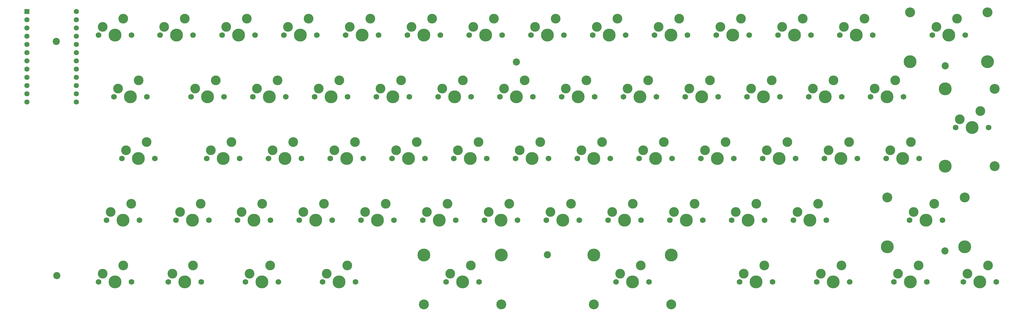
<source format=gts>
G04 #@! TF.GenerationSoftware,KiCad,Pcbnew,(6.0.7-1)-1*
G04 #@! TF.CreationDate,2022-10-03T10:16:15+02:00*
G04 #@! TF.ProjectId,staggered-keyboard,73746167-6765-4726-9564-2d6b6579626f,rev?*
G04 #@! TF.SameCoordinates,Original*
G04 #@! TF.FileFunction,Soldermask,Top*
G04 #@! TF.FilePolarity,Negative*
%FSLAX46Y46*%
G04 Gerber Fmt 4.6, Leading zero omitted, Abs format (unit mm)*
G04 Created by KiCad (PCBNEW (6.0.7-1)-1) date 2022-10-03 10:16:15*
%MOMM*%
%LPD*%
G01*
G04 APERTURE LIST*
%ADD10C,2.200000*%
%ADD11C,1.750000*%
%ADD12C,3.987800*%
%ADD13C,3.000000*%
%ADD14C,3.048000*%
%ADD15R,1.600000X1.600000*%
%ADD16C,1.600000*%
G04 APERTURE END LIST*
D10*
X228600000Y-217050000D03*
X219000000Y-157550000D03*
X351250000Y-158750000D03*
X351200000Y-215900000D03*
X77100000Y-151200000D03*
X77250000Y-223450000D03*
D11*
X194897500Y-168257500D03*
D12*
X199977500Y-168257500D03*
D11*
X205057500Y-168257500D03*
D13*
X202517500Y-163177500D03*
X196167500Y-165717500D03*
D11*
X257445000Y-206357500D03*
D13*
X254905000Y-201277500D03*
D12*
X252365000Y-206357500D03*
D11*
X247285000Y-206357500D03*
D13*
X248555000Y-203817500D03*
D11*
X314595000Y-206357500D03*
X304435000Y-206357500D03*
D13*
X312055000Y-201277500D03*
X305705000Y-203817500D03*
D12*
X309515000Y-206357500D03*
D11*
X328247500Y-168257500D03*
X338407500Y-168257500D03*
D13*
X335867500Y-163177500D03*
X329517500Y-165717500D03*
D12*
X333327500Y-168257500D03*
D11*
X294910000Y-187307500D03*
D12*
X299990000Y-187307500D03*
D11*
X305070000Y-187307500D03*
D13*
X302530000Y-182227500D03*
X296180000Y-184767500D03*
D12*
X352362500Y-149212500D03*
D14*
X340424500Y-142227500D03*
D13*
X354902500Y-144132500D03*
D12*
X340424500Y-157467500D03*
D13*
X348552500Y-146672500D03*
D12*
X364300500Y-157467500D03*
D11*
X347282500Y-149212500D03*
D14*
X364300500Y-142227500D03*
D11*
X357442500Y-149212500D03*
D13*
X215217500Y-165717500D03*
D12*
X219027500Y-168257500D03*
D11*
X224107500Y-168257500D03*
X213947500Y-168257500D03*
D13*
X221567500Y-163177500D03*
X358140000Y-222885000D03*
D12*
X361950000Y-225425000D03*
D13*
X364490000Y-220345000D03*
D11*
X356870000Y-225425000D03*
X367030000Y-225425000D03*
X100290000Y-149220000D03*
D12*
X95210000Y-149220000D03*
D13*
X97750000Y-144140000D03*
X91400000Y-146680000D03*
D11*
X90130000Y-149220000D03*
D13*
X205692500Y-146667500D03*
D12*
X209502500Y-149207500D03*
D11*
X204422500Y-149207500D03*
X214582500Y-149207500D03*
D13*
X212042500Y-144127500D03*
X269192500Y-144127500D03*
D11*
X261572500Y-149207500D03*
D12*
X266652500Y-149207500D03*
D13*
X262842500Y-146667500D03*
D11*
X271732500Y-149207500D03*
X266335000Y-206357500D03*
D12*
X271415000Y-206357500D03*
D13*
X273955000Y-201277500D03*
D11*
X276495000Y-206357500D03*
D13*
X267605000Y-203817500D03*
D11*
X147907500Y-168257500D03*
D12*
X142827500Y-168257500D03*
D13*
X139017500Y-165717500D03*
X145367500Y-163177500D03*
D11*
X137747500Y-168257500D03*
X290147500Y-168257500D03*
D13*
X291417500Y-165717500D03*
D11*
X300307500Y-168257500D03*
D13*
X297767500Y-163177500D03*
D12*
X295227500Y-168257500D03*
D13*
X240617500Y-163177500D03*
D11*
X243157500Y-168257500D03*
D12*
X238077500Y-168257500D03*
D11*
X232997500Y-168257500D03*
D13*
X234267500Y-165717500D03*
D11*
X223472500Y-149207500D03*
D13*
X231092500Y-144127500D03*
D11*
X233632500Y-149207500D03*
D13*
X224742500Y-146667500D03*
D12*
X228552500Y-149207500D03*
D13*
X140605000Y-201277500D03*
X134255000Y-203817500D03*
D11*
X143145000Y-206357500D03*
D12*
X138065000Y-206357500D03*
D11*
X132985000Y-206357500D03*
D13*
X115270000Y-203850000D03*
X121620000Y-201310000D03*
D11*
X124160000Y-206390000D03*
X114000000Y-206390000D03*
D12*
X119080000Y-206390000D03*
D13*
X97790000Y-220345000D03*
D11*
X90170000Y-225425000D03*
D12*
X95250000Y-225425000D03*
D13*
X91440000Y-222885000D03*
D11*
X100330000Y-225425000D03*
D12*
X133302500Y-149207500D03*
D11*
X128222500Y-149207500D03*
D13*
X129492500Y-146667500D03*
X135842500Y-144127500D03*
D11*
X138382500Y-149207500D03*
X262207500Y-168257500D03*
X252047500Y-168257500D03*
D13*
X259667500Y-163177500D03*
X253317500Y-165717500D03*
D12*
X257127500Y-168257500D03*
D11*
X157432500Y-149207500D03*
D13*
X154892500Y-144127500D03*
D12*
X152352500Y-149207500D03*
D11*
X147272500Y-149207500D03*
D13*
X148542500Y-146667500D03*
X235855000Y-201277500D03*
D12*
X233315000Y-206357500D03*
D11*
X228235000Y-206357500D03*
D13*
X229505000Y-203817500D03*
D11*
X238395000Y-206357500D03*
X287813750Y-225425000D03*
D13*
X295433750Y-220345000D03*
X289083750Y-222885000D03*
D12*
X292893750Y-225425000D03*
D11*
X297973750Y-225425000D03*
D12*
X333343250Y-214630000D03*
X345281250Y-206375000D03*
D14*
X357219250Y-199390000D03*
D13*
X341471250Y-203835000D03*
D14*
X333343250Y-199390000D03*
D13*
X347821250Y-201295000D03*
D11*
X340201250Y-206375000D03*
X350361250Y-206375000D03*
D12*
X357219250Y-214630000D03*
X116681250Y-225425000D03*
D13*
X119221250Y-220345000D03*
D11*
X121761250Y-225425000D03*
X111601250Y-225425000D03*
D13*
X112871250Y-222885000D03*
D11*
X249713750Y-225425000D03*
D13*
X250983750Y-222885000D03*
D11*
X259873750Y-225425000D03*
D12*
X242855750Y-217170000D03*
X254793750Y-225425000D03*
D13*
X257333750Y-220345000D03*
D12*
X266731750Y-217170000D03*
D14*
X242855750Y-232410000D03*
X266731750Y-232410000D03*
D13*
X288242500Y-144127500D03*
D11*
X290782500Y-149207500D03*
D13*
X281892500Y-146667500D03*
D12*
X285702500Y-149207500D03*
D11*
X280622500Y-149207500D03*
D13*
X226330000Y-182227500D03*
D12*
X223790000Y-187307500D03*
D11*
X228870000Y-187307500D03*
X218710000Y-187307500D03*
D13*
X219980000Y-184767500D03*
X319992500Y-146667500D03*
X326342500Y-144127500D03*
D11*
X318722500Y-149207500D03*
D12*
X323802500Y-149207500D03*
D11*
X328882500Y-149207500D03*
D13*
X340630000Y-182227500D03*
X334280000Y-184767500D03*
D11*
X333010000Y-187307500D03*
D12*
X338090000Y-187307500D03*
D11*
X343170000Y-187307500D03*
D13*
X245380000Y-182227500D03*
X239030000Y-184767500D03*
D11*
X247920000Y-187307500D03*
D12*
X242840000Y-187307500D03*
D11*
X237760000Y-187307500D03*
D13*
X355711250Y-175242500D03*
D12*
X351266250Y-165844500D03*
D11*
X364601250Y-177782500D03*
D14*
X366506250Y-189720500D03*
D11*
X354441250Y-177782500D03*
D14*
X366506250Y-165844500D03*
D12*
X359521250Y-177782500D03*
D13*
X362061250Y-172702500D03*
D12*
X351266250Y-189720500D03*
D13*
X167592500Y-146667500D03*
D11*
X176482500Y-149207500D03*
D13*
X173942500Y-144127500D03*
D12*
X171402500Y-149207500D03*
D11*
X166322500Y-149207500D03*
D12*
X166640000Y-187307500D03*
D13*
X162830000Y-184767500D03*
D11*
X171720000Y-187307500D03*
D13*
X169180000Y-182227500D03*
D11*
X161560000Y-187307500D03*
X324120000Y-187307500D03*
D13*
X315230000Y-184767500D03*
X321580000Y-182227500D03*
D11*
X313960000Y-187307500D03*
D12*
X319040000Y-187307500D03*
D13*
X116760000Y-144130000D03*
D12*
X114220000Y-149210000D03*
D11*
X119300000Y-149210000D03*
X109140000Y-149210000D03*
D13*
X110410000Y-146670000D03*
X160496250Y-222885000D03*
D11*
X169386250Y-225425000D03*
D13*
X166846250Y-220345000D03*
D12*
X164306250Y-225425000D03*
D11*
X159226250Y-225425000D03*
D13*
X96165000Y-165710000D03*
D12*
X99975000Y-168250000D03*
D11*
X94895000Y-168250000D03*
D13*
X102515000Y-163170000D03*
D11*
X105055000Y-168250000D03*
D12*
X140493750Y-225425000D03*
D13*
X136683750Y-222885000D03*
D11*
X135413750Y-225425000D03*
D13*
X143033750Y-220345000D03*
D11*
X145573750Y-225425000D03*
D12*
X314277500Y-168257500D03*
D11*
X319357500Y-168257500D03*
D13*
X310467500Y-165717500D03*
X316817500Y-163177500D03*
D11*
X309197500Y-168257500D03*
D13*
X312896250Y-222885000D03*
D11*
X311626250Y-225425000D03*
D12*
X316706250Y-225425000D03*
D13*
X319246250Y-220345000D03*
D11*
X321786250Y-225425000D03*
X252682500Y-149207500D03*
D12*
X247602500Y-149207500D03*
D13*
X243792500Y-146667500D03*
X250142500Y-144127500D03*
D11*
X242522500Y-149207500D03*
X199660000Y-187307500D03*
X209820000Y-187307500D03*
D13*
X207280000Y-182227500D03*
D12*
X204740000Y-187307500D03*
D13*
X200930000Y-184767500D03*
X98583750Y-184785000D03*
D11*
X97313750Y-187325000D03*
X107473750Y-187325000D03*
D13*
X104933750Y-182245000D03*
D12*
X102393750Y-187325000D03*
D13*
X158067500Y-165717500D03*
X164417500Y-163177500D03*
D11*
X166957500Y-168257500D03*
X156797500Y-168257500D03*
D12*
X161877500Y-168257500D03*
X176165000Y-206357500D03*
D11*
X171085000Y-206357500D03*
X181245000Y-206357500D03*
D13*
X172355000Y-203817500D03*
X178705000Y-201277500D03*
D12*
X185690000Y-187307500D03*
D13*
X188230000Y-182227500D03*
D11*
X190770000Y-187307500D03*
X180610000Y-187307500D03*
D13*
X181880000Y-184767500D03*
D12*
X304752500Y-149207500D03*
D11*
X309832500Y-149207500D03*
D13*
X307292500Y-144127500D03*
X300942500Y-146667500D03*
D11*
X299672500Y-149207500D03*
X209185000Y-206357500D03*
D12*
X214265000Y-206357500D03*
D13*
X216805000Y-201277500D03*
X210455000Y-203817500D03*
D11*
X219345000Y-206357500D03*
D13*
X100171250Y-201295000D03*
X93821250Y-203835000D03*
D12*
X97631250Y-206375000D03*
D11*
X102711250Y-206375000D03*
X92551250Y-206375000D03*
D13*
X343058750Y-220345000D03*
X336708750Y-222885000D03*
D11*
X345598750Y-225425000D03*
D12*
X340518750Y-225425000D03*
D11*
X335438750Y-225425000D03*
D12*
X261890000Y-187307500D03*
D11*
X266970000Y-187307500D03*
X256810000Y-187307500D03*
D13*
X264430000Y-182227500D03*
X258080000Y-184767500D03*
X293005000Y-201277500D03*
D12*
X290465000Y-206357500D03*
D13*
X286655000Y-203817500D03*
D11*
X285385000Y-206357500D03*
X295545000Y-206357500D03*
D13*
X186642500Y-146667500D03*
X192992500Y-144127500D03*
D11*
X195532500Y-149207500D03*
D12*
X190452500Y-149207500D03*
D11*
X185372500Y-149207500D03*
D12*
X276177500Y-168257500D03*
D13*
X272367500Y-165717500D03*
D11*
X271097500Y-168257500D03*
X281257500Y-168257500D03*
D13*
X278717500Y-163177500D03*
X131080000Y-182227500D03*
D11*
X133620000Y-187307500D03*
D13*
X124730000Y-184767500D03*
D12*
X128540000Y-187307500D03*
D11*
X123460000Y-187307500D03*
X190135000Y-206357500D03*
D13*
X191405000Y-203817500D03*
X197755000Y-201277500D03*
D11*
X200295000Y-206357500D03*
D12*
X195215000Y-206357500D03*
X157115000Y-206357500D03*
D11*
X162195000Y-206357500D03*
D13*
X159655000Y-201277500D03*
D11*
X152035000Y-206357500D03*
D13*
X153305000Y-203817500D03*
D11*
X186007500Y-168257500D03*
D12*
X180927500Y-168257500D03*
D13*
X177117500Y-165717500D03*
X183467500Y-163177500D03*
D11*
X175847500Y-168257500D03*
D13*
X277130000Y-184767500D03*
D11*
X286020000Y-187307500D03*
D12*
X280940000Y-187307500D03*
D13*
X283480000Y-182227500D03*
D11*
X275860000Y-187307500D03*
D13*
X126317500Y-163177500D03*
D11*
X118697500Y-168257500D03*
X128857500Y-168257500D03*
D13*
X119967500Y-165717500D03*
D12*
X123777500Y-168257500D03*
X202406250Y-225425000D03*
D11*
X207486250Y-225425000D03*
D12*
X190468250Y-217170000D03*
D14*
X214344250Y-232410000D03*
D11*
X197326250Y-225425000D03*
D14*
X190468250Y-232410000D03*
D13*
X198596250Y-222885000D03*
X204946250Y-220345000D03*
D12*
X214344250Y-217170000D03*
D11*
X142510000Y-187307500D03*
D13*
X150130000Y-182227500D03*
X143780000Y-184767500D03*
D12*
X147590000Y-187307500D03*
D11*
X152670000Y-187307500D03*
D15*
X68060000Y-141940000D03*
D16*
X68060000Y-144480000D03*
X68060000Y-147020000D03*
X68060000Y-149560000D03*
X68060000Y-152100000D03*
X68060000Y-154640000D03*
X68060000Y-157180000D03*
X68060000Y-159720000D03*
X68060000Y-162260000D03*
X68060000Y-164800000D03*
X68060000Y-167340000D03*
X68060000Y-169880000D03*
X83300000Y-169880000D03*
X83300000Y-167340000D03*
X83300000Y-164800000D03*
X83300000Y-162260000D03*
X83300000Y-159720000D03*
X83300000Y-157180000D03*
X83300000Y-154640000D03*
X83300000Y-152100000D03*
X83300000Y-149560000D03*
X83300000Y-147020000D03*
X83300000Y-144480000D03*
X83300000Y-141940000D03*
M02*

</source>
